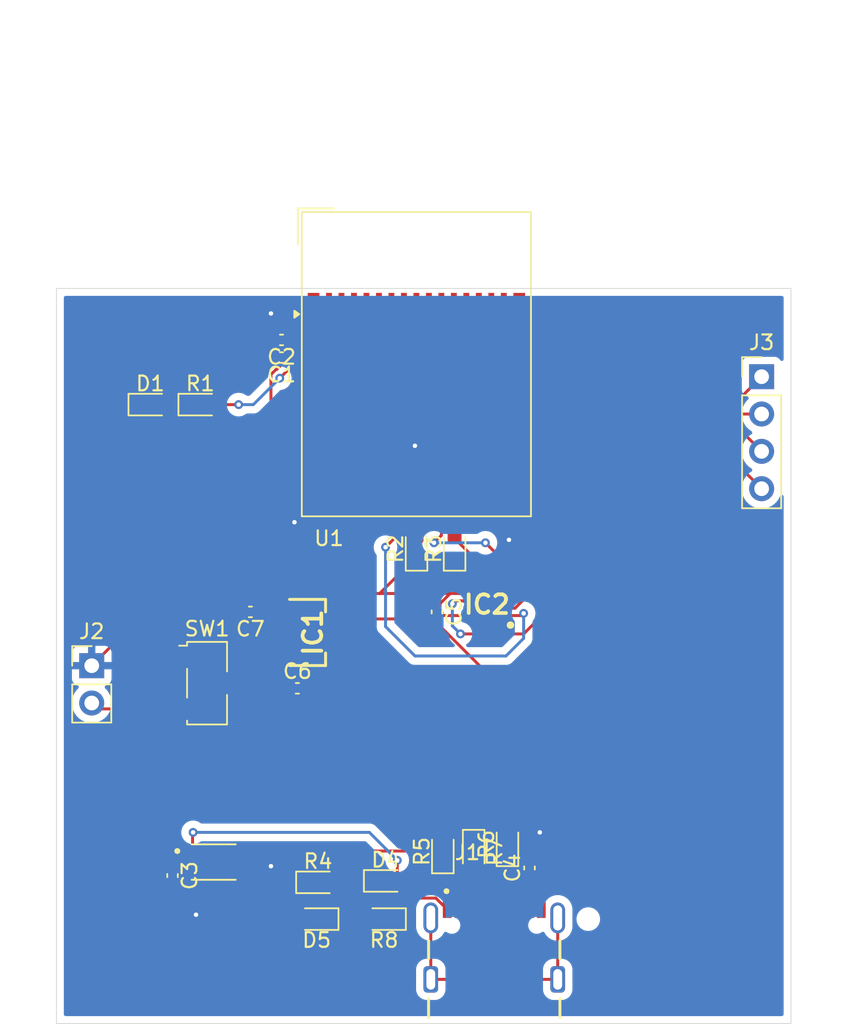
<source format=kicad_pcb>
(kicad_pcb (version 20240108) (generator "pcbnew") (generator_version "8.0")
  (layers (0 "F.Cu" signal) (31 "B.Cu" signal) (34 "B.Paste" user) (35 "F.Paste" user) (36 "B.SilkS" user "B.Silkscreen") (37 "F.SilkS" user "F.Silkscreen") (38 "B.Mask" user) (39 "F.Mask" user) (44 "Edge.Cuts" user))
  (net 0 "")
  (net 1 "Net-(IC1-VOUT)")
  (net 2 "GND")
  (net 3 "Net-(J2-Pin_2)")
  (net 4 "Net-(D4-A)")
  (net 5 "Net-(D1-A)")
  (net 6 "Net-(D4-K)")
  (net 7 "Net-(D5-A)")
  (net 8 "Net-(D5-K)")
  (net 9 "Net-(IC1-VIN)")
  (net 10 "Net-(IC2-ALERT)")
  (net 11 "Net-(IC2-SCL)")
  (net 12 "Net-(IC2-NRESET)")
  (net 13 "Net-(IC2-SDA)")
  (net 14 "Net-(J1-CC1)")
  (net 16 "Net-(J1-SHELL_GND-PadSH1)")
  (net 17 "Net-(J1-CC2)")
  (net 23 "Net-(J3-Pin_2)")
  (net 24 "Net-(J3-Pin_1)")
  (net 25 "Net-(J3-Pin_4)")
  (net 26 "Net-(J3-Pin_3)")
  (net 27 "Net-(U1-IO0)")
  (net 28 "Net-(U2-PROG)")
  (footprint "LED_SMD:LED_0603_1608Metric" (layer "F.Cu") (at 115.3 88.4 180)
    (property "Reference" "R8" (at 0 -1.43 360) (layer "F.SilkS"))
    (property "Value" "470")
    (fp_line (start 0.8 -0.735) (end -1.485 -0.735) (stroke (width 0.12)) (layer "F.SilkS"))
    (fp_line (start -1.485 0.735) (end 0.8 0.735) (stroke (width 0.12)) (layer "F.SilkS"))
    (fp_line (start -1.485 -0.735) (end -1.485 0.735) (stroke (width 0.12)) (layer "F.SilkS"))
    (pad "1" smd roundrect (at -0.7875 0 180) (size 0.875 0.95) (layers "F.Cu" "F.Paste" "F.Mask") (net 2 "GND"))
    (pad "2" smd roundrect (at 0.7875 0 180) (size 0.875 0.95) (layers "F.Cu" "F.Paste" "F.Mask") (net 8 "Net-(D5-K)"))
  )
  (footprint "Connector_PinHeader_2.54mm:PinHeader_1x04_P2.54mm_Vertical" (layer "F.Cu") (at 141 51.5)
    (property "Reference" "J3" (at 0 -2.33 0) (layer "F.SilkS"))
    (property "Value" "Conn_01x04_Pin")
    (fp_line (start -1.33 -1.33) (end 0 -1.33) (stroke (width 0.12)) (layer "F.SilkS"))
    (fp_line (start -1.33 0) (end -1.33 -1.33) (stroke (width 0.12)) (layer "F.SilkS"))
    (fp_line (start -1.33 1.27) (end -1.33 8.95) (stroke (width 0.12)) (layer "F.SilkS"))
    (fp_line (start -1.33 1.27) (end 1.33 1.27) (stroke (width 0.12)) (layer "F.SilkS"))
    (fp_line (start -1.33 8.95) (end 1.33 8.95) (stroke (width 0.12)) (layer "F.SilkS"))
    (fp_line (start 1.33 1.27) (end 1.33 8.95) (stroke (width 0.12)) (layer "F.SilkS"))
    (pad "1" thru_hole rect (at 0 0) (size 1.7 1.7) (drill 1) (layers "*.Cu" "*.Mask") (net 24 "Net-(J3-Pin_1)"))
    (pad "2" thru_hole oval (at 0 2.54) (size 1.7 1.7) (drill 1) (layers "*.Cu" "*.Mask") (net 23 "Net-(J3-Pin_2)"))
    (pad "3" thru_hole oval (at 0 5.08) (size 1.7 1.7) (drill 1) (layers "*.Cu" "*.Mask") (net 26 "Net-(J3-Pin_3)"))
    (pad "4" thru_hole oval (at 0 7.62) (size 1.7 1.7) (drill 1) (layers "*.Cu" "*.Mask") (net 25 "Net-(J3-Pin_4)"))
  )
  (footprint "Capacitor_SMD:C_0402_1005Metric" (layer "F.Cu") (at 108.32 49 180)
    (property "Reference" "C2" (at 0 -1.16 360) (layer "F.SilkS"))
    (property "Value" "0.1uF")
    (fp_line (start -0.107836 0.36) (end 0.107836 0.36) (stroke (width 0.12)) (layer "F.SilkS"))
    (fp_line (start -0.107836 -0.36) (end 0.107836 -0.36) (stroke (width 0.12)) (layer "F.SilkS"))
    (pad "1" smd roundrect (at -0.48 0 180) (size 0.56 0.62) (layers "F.Cu" "F.Paste" "F.Mask") (net 1 "Net-(IC1-VOUT)"))
    (pad "2" smd roundrect (at 0.48 0 180) (size 0.56 0.62) (layers "F.Cu" "F.Paste" "F.Mask") (net 2 "GND"))
  )
  (footprint "LED_SMD:LED_0603_1608Metric" (layer "F.Cu") (at 123.7 83.3125 90)
    (property "Reference" "R6" (at 0 -1.43 90) (layer "F.SilkS"))
    (property "Value" "5.1k" (hide yes))
    (fp_line (start 0.8 -0.735) (end -1.485 -0.735) (stroke (width 0.12)) (layer "F.SilkS"))
    (fp_line (start -1.485 -0.735) (end -1.485 0.735) (stroke (width 0.12)) (layer "F.SilkS"))
    (fp_line (start -1.485 0.735) (end 0.8 0.735) (stroke (width 0.12)) (layer "F.SilkS"))
    (pad "1" smd roundrect (at -0.7875 0 90) (size 0.875 0.95) (layers "F.Cu" "F.Paste" "F.Mask") (net 17 "Net-(J1-CC2)"))
    (pad "2" smd roundrect (at 0.7875 0 90) (size 0.875 0.95) (layers "F.Cu" "F.Paste" "F.Mask") (net 2 "GND"))
  )
  (footprint "Connector_PinHeader_2.54mm:PinHeader_1x02_P2.54mm_Vertical" (layer "F.Cu") (at 95.4 71.16)
    (property "Reference" "J2" (at 0 -2.33 0) (layer "F.SilkS"))
    (property "Value" "Conn_01x02_Pin")
    (fp_line (start -1.33 -1.33) (end 0 -1.33) (stroke (width 0.12)) (layer "F.SilkS"))
    (fp_line (start -1.33 0) (end -1.33 -1.33) (stroke (width 0.12)) (layer "F.SilkS"))
    (fp_line (start -1.33 1.27) (end -1.33 3.87) (stroke (width 0.12)) (layer "F.SilkS"))
    (fp_line (start -1.33 1.27) (end 1.33 1.27) (stroke (width 0.12)) (layer "F.SilkS"))
    (fp_line (start -1.33 3.87) (end 1.33 3.87) (stroke (width 0.12)) (layer "F.SilkS"))
    (fp_line (start 1.33 1.27) (end 1.33 3.87) (stroke (width 0.12)) (layer "F.SilkS"))
    (pad "1" thru_hole rect (at 0 0) (size 1.7 1.7) (drill 1) (layers "*.Cu" "*.Mask") (net 2 "GND"))
    (pad "2" thru_hole oval (at 0 2.54) (size 1.7 1.7) (drill 1) (layers "*.Cu" "*.Mask") (net 3 "Net-(J2-Pin_2)"))
  )
  (footprint "LED_SMD:LED_0603_1608Metric" (layer "F.Cu") (at 117.51 63.2125 90)
    (property "Reference" "R2" (at 0 -1.43 90) (layer "F.SilkS"))
    (property "Value" "10k")
    (fp_line (start 0.8 -0.735) (end -1.485 -0.735) (stroke (width 0.12)) (layer "F.SilkS"))
    (fp_line (start -1.485 -0.735) (end -1.485 0.735) (stroke (width 0.12)) (layer "F.SilkS"))
    (fp_line (start -1.485 0.735) (end 0.8 0.735) (stroke (width 0.12)) (layer "F.SilkS"))
    (pad "1" smd roundrect (at -0.7875 0 90) (size 0.875 0.95) (layers "F.Cu" "F.Paste" "F.Mask") (net 1 "Net-(IC1-VOUT)"))
    (pad "2" smd roundrect (at 0.7875 0 90) (size 0.875 0.95) (layers "F.Cu" "F.Paste" "F.Mask") (net 13 "Net-(IC2-SDA)"))
  )
  (footprint "LED_SMD:LED_0603_1608Metric" (layer "F.Cu") (at 110.7125 88.4 180)
    (property "Reference" "D5" (at 0 -1.43 360) (layer "F.SilkS"))
    (property "Value" "LED")
    (fp_line (start 0.8 -0.735) (end -1.485 -0.735) (stroke (width 0.12)) (layer "F.SilkS"))
    (fp_line (start -1.485 0.735) (end 0.8 0.735) (stroke (width 0.12)) (layer "F.SilkS"))
    (fp_line (start -1.485 -0.735) (end -1.485 0.735) (stroke (width 0.12)) (layer "F.SilkS"))
    (pad "1" smd roundrect (at -0.7875 0 180) (size 0.875 0.95) (layers "F.Cu" "F.Paste" "F.Mask") (net 8 "Net-(D5-K)"))
    (pad "2" smd roundrect (at 0.7875 0 180) (size 0.875 0.95) (layers "F.Cu" "F.Paste" "F.Mask") (net 7 "Net-(D5-A)"))
  )
  (footprint "RF_Module:ESP32-S2-MINI-1" (layer "F.Cu") (at 117.5 50.65)
    (property "Reference" "U1" (at -5.95 11.85 0) (layer "F.SilkS"))
    (property "Value" "ESP32-S3-MINI-1")
    (fp_line (start -8.075 -10.6) (end -8.075 -8.15) (stroke (width 0.12)) (layer "F.SilkS"))
    (fp_line (start -8.075 -10.6) (end -5.625 -10.6) (stroke (width 0.12)) (layer "F.SilkS"))
    (fp_line (start -7.8 -10.35) (end 7.8 -10.35) (stroke (width 0.12)) (layer "F.SilkS"))
    (fp_line (start -7.8 10.35) (end -7.8 -10.35) (stroke (width 0.12)) (layer "F.SilkS"))
    (fp_line (start 7.8 -10.35) (end 7.8 10.35) (stroke (width 0.12)) (layer "F.SilkS"))
    (fp_line (start 7.8 10.35) (end -7.8 10.35) (stroke (width 0.12)) (layer "F.SilkS"))
    (fp_poly (pts (xy -7.975 -3.4) (xy -8.311 -3.16) (xy -8.311 -3.64) (xy -7.975 -3.4)) (stroke (width 0.12)) (fill solid) (layer "F.SilkS"))
    (pad "1" smd rect (at -7 -3.4) (size 0.8 0.4) (layers "F.Cu" "F.Paste" "F.Mask") (net 2 "GND"))
    (pad "2" smd rect (at -7 -2.55) (size 0.8 0.4) (layers "F.Cu" "F.Paste" "F.Mask") (net 2 "GND"))
    (pad "3" smd rect (at -7 -1.7) (size 0.8 0.4) (layers "F.Cu" "F.Paste" "F.Mask") (net 1 "Net-(IC1-VOUT)"))
    (pad "4" smd rect (at -7 -0.85) (size 0.8 0.4) (layers "F.Cu" "F.Paste" "F.Mask") (net 27 "Net-(U1-IO0)"))
    (pad "5" smd rect (at -7 0) (size 0.8 0.4) (layers "F.Cu" "F.Paste" "F.Mask"))
    (pad "6" smd rect (at -7 0.85) (size 0.8 0.4) (layers "F.Cu" "F.Paste" "F.Mask"))
    (pad "7" smd rect (at -7 1.7) (size 0.8 0.4) (layers "F.Cu" "F.Paste" "F.Mask"))
    (pad "8" smd rect (at -7 2.55) (size 0.8 0.4) (layers "F.Cu" "F.Paste" "F.Mask"))
    (pad "9" smd rect (at -7 3.4) (size 0.8 0.4) (layers "F.Cu" "F.Paste" "F.Mask"))
    (pad "10" smd rect (at -7 4.25) (size 0.8 0.4) (layers "F.Cu" "F.Paste" "F.Mask"))
    (pad "11" smd rect (at -7 5.1) (size 0.8 0.4) (layers "F.Cu" "F.Paste" "F.Mask"))
    (pad "12" smd rect (at -7 5.95) (size 0.8 0.4) (layers "F.Cu" "F.Paste" "F.Mask"))
    (pad "13" smd rect (at -7 6.8) (size 0.8 0.4) (layers "F.Cu" "F.Paste" "F.Mask"))
    (pad "14" smd rect (at -7 7.65) (size 0.8 0.4) (layers "F.Cu" "F.Paste" "F.Mask"))
    (pad "15" smd rect (at -7 8.5) (size 0.8 0.4) (layers "F.Cu" "F.Paste" "F.Mask"))
    (pad "16" smd rect (at -5.95 9.55 90) (size 0.8 0.4) (layers "F.Cu" "F.Paste" "F.Mask"))
    (pad "17" smd rect (at -5.1 9.55 90) (size 0.8 0.4) (layers "F.Cu" "F.Paste" "F.Mask"))
    (pad "18" smd rect (at -4.25 9.55 90) (size 0.8 0.4) (layers "F.Cu" "F.Paste" "F.Mask"))
    (pad "19" smd rect (at -3.4 9.55 90) (size 0.8 0.4) (layers "F.Cu" "F.Paste" "F.Mask"))
    (pad "20" smd rect (at -2.55 9.55 90) (size 0.8 0.4) (layers "F.Cu" "F.Paste" "F.Mask"))
    (pad "21" smd rect (at -1.7 9.55 90) (size 0.8 0.4) (layers "F.Cu" "F.Paste" "F.Mask"))
    (pad "22" smd rect (at -0.85 9.55 90) (size 0.8 0.4) (layers "F.Cu" "F.Paste" "F.Mask"))
    (pad "23" smd rect (at 0 9.55 90) (size 0.8 0.4) (layers "F.Cu" "F.Paste" "F.Mask") (net 13 "Net-(IC2-SDA)"))
    (pad "24" smd rect (at 0.85 9.55 90) (size 0.8 0.4) (layers "F.Cu" "F.Paste" "F.Mask"))
    (pad "25" smd rect (at 1.7 9.55 90) (size 0.8 0.4) (layers "F.Cu" "F.Paste" "F.Mask") (net 10 "Net-(IC2-ALERT)"))
    (pad "26" smd rect (at 2.55 9.55 90) (size 0.8 0.4) (layers "F.Cu" "F.Paste" "F.Mask") (net 11 "Net-(IC2-SCL)"))
    (pad "27" smd rect (at 3.4 9.55 90) (size 0.8 0.4) (layers "F.Cu" "F.Paste" "F.Mask"))
    (pad "28" smd rect (at 4.25 9.55 90) (size 0.8 0.4) (layers "F.Cu" "F.Paste" "F.Mask"))
    (pad "29" smd rect (at 5.1 9.55 90) (size 0.8 0.4) (layers "F.Cu" "F.Paste" "F.Mask"))
    (pad "30" smd rect (at 5.95 9.55 90) (size 0.8 0.4) (layers "F.Cu" "F.Paste" "F.Mask"))
    (pad "31" smd rect (at 7 8.5) (size 0.8 0.4) (layers "F.Cu" "F.Paste" "F.Mask"))
    (pad "32" smd rect (at 7 7.65) (size 0.8 0.4) (layers "F.Cu" "F.Paste" "F.Mask"))
    (pad "33" smd rect (at 7 6.8) (size 0.8 0.4) (layers "F.Cu" "F.Paste" "F.Mask") (net 12 "Net-(IC2-NRESET)"))
    (pad "34" smd rect (at 7 5.95) (size 0.8 0.4) (layers "F.Cu" "F.Paste" "F.Mask"))
    (pad "35" smd rect (at 7 5.1) (size 0.8 0.4) (layers "F.Cu" "F.Paste" "F.Mask") (net 25 "Net-(J3-Pin_4)"))
    (pad "36" smd rect (at 7 4.25) (size 0.8 0.4) (layers "F.Cu" "F.Paste" "F.Mask") (net 26 "Net-(J3-Pin_3)"))
    (pad "37" smd rect (at 7 3.4) (size 0.8 0.4) (layers "F.Cu" "F.Paste" "F.Mask") (net 23 "Net-(J3-Pin_2)"))
    (pad "38" smd rect (at 7 2.55) (size 0.8 0.4) (layers "F.Cu" "F.Paste" "F.Mask") (net 24 "Net-(J3-Pin_1)"))
    (pad "39" smd rect (at 7 1.7) (size 0.8 0.4) (layers "F.Cu" "F.Paste" "F.Mask"))
    (pad "40" smd rect (at 7 0.85) (size 0.8 0.4) (layers "F.Cu" "F.Paste" "F.Mask"))
    (pad "41" smd rect (at 7 0) (size 0.8 0.4) (layers "F.Cu" "F.Paste" "F.Mask"))
    (pad "42" smd rect (at 7 -0.85) (size 0.8 0.4) (layers "F.Cu" "F.Paste" "F.Mask") (net 2 "GND"))
    (pad "43" smd rect (at 7 -1.7) (size 0.8 0.4) (layers "F.Cu" "F.Paste" "F.Mask") (net 2 "GND"))
    (pad "44" smd rect (at 7 -2.55) (size 0.8 0.4) (layers "F.Cu" "F.Paste" "F.Mask"))
    (pad "45" smd rect (at 7 -3.4) (size 0.8 0.4) (layers "F.Cu" "F.Paste" "F.Mask"))
    (pad "46" smd rect (at 5.95 -4.45 90) (size 0.8 0.4) (layers "F.Cu" "F.Paste" "F.Mask") (net 2 "GND"))
    (pad "47" smd rect (at 5.1 -4.45 90) (size 0.8 0.4) (layers "F.Cu" "F.Paste" "F.Mask") (net 2 "GND"))
    (pad "48" smd rect (at 4.25 -4.45 90) (size 0.8 0.4) (layers "F.Cu" "F.Paste" "F.Mask") (net 2 "GND"))
    (pad "49" smd rect (at 3.4 -4.45 90) (size 0.8 0.4) (layers "F.Cu" "F.Paste" "F.Mask") (net 2 "GND"))
    (pad "50" smd rect (at 2.55 -4.45 90) (size 0.8 0.4) (layers "F.Cu" "F.Paste" "F.Mask") (net 2 "GND"))
    (pad "51" smd rect (at 1.7 -4.45 90) (size 0.8 0.4) (layers "F.Cu" "F.Paste" "F.Mask") (net 2 "GND"))
    (pad "52" smd rect (at 0.85 -4.45 90) (size 0.8 0.4) (layers "F.Cu" "F.Paste" "F.Mask") (net 2 "GND"))
    (pad "53" smd rect (at 0 -4.45 90) (size 0.8 0.4) (layers "F.Cu" "F.Paste" "F.Mask") (net 2 "GND"))
    (pad "54" smd rect (at -0.85 -4.45 90) (size 0.8 0.4) (layers "F.Cu" "F.Paste" "F.Mask") (net 2 "GND"))
    (pad "55" smd rect (at -1.7 -4.45 90) (size 0.8 0.4) (layers "F.Cu" "F.Paste" "F.Mask") (net 2 "GND"))
    (pad "56" smd rect (at -2.55 -4.45 90) (size 0.8 0.4) (layers "F.Cu" "F.Paste" "F.Mask") (net 2 "GND"))
    (pad "57" smd rect (at -3.4 -4.45 90) (size 0.8 0.4) (layers "F.Cu" "F.Paste" "F.Mask") (net 2 "GND"))
    (pad "58" smd rect (at -4.25 -4.45 90) (size 0.8 0.4) (layers "F.Cu" "F.Paste" "F.Mask") (net 2 "GND"))
    (pad "59" smd rect (at -5.1 -4.45 90) (size 0.8 0.4) (layers "F.Cu" "F.Paste" "F.Mask") (net 2 "GND"))
    (pad "60" smd rect (at -5.95 -4.45 90) (size 0.8 0.4) (layers "F.Cu" "F.Paste" "F.Mask") (net 2 "GND"))
    (pad "61" smd roundrect (at -1.65 0.9) (size 1.2 1.2) (layers "F.Cu" "F.Paste" "F.Mask") (roundrect_rratio 0) (chamfer_ratio 0.33) (chamfer top_left) (net 2 "GND"))
    (pad "61" smd rect (at -1.65 2.55) (size 1.2 1.2) (layers "F.Cu" "F.Paste" "F.Mask") (net 2 "GND"))
    (pad "61" smd rect (at -1.65 4.2) (size 1.2 1.2) (layers "F.Cu" "F.Paste" "F.Mask") (net 2 "GND"))
    (pad "61" smd rect (at 0 0.9) (size 1.2 1.2) (layers "F.Cu" "F.Paste" "F.Mask") (net 2 "GND"))
    (pad "61" smd rect (at 0 2.55) (size 1.2 1.2) (layers "F.Cu" "F.Paste" "F.Mask") (net 2 "GND"))
    (pad "61" smd rect (at 0 4.2) (size 1.2 1.2) (layers "F.Cu" "F.Paste" "F.Mask") (net 2 "GND"))
    (pad "61" smd rect (at 1.65 0.9) (size 1.2 1.2) (layers "F.Cu" "F.Paste" "F.Mask") (net 2 "GND"))
    (pad "61" smd rect (at 1.65 2.55) (size 1.2 1.2) (layers "F.Cu" "F.Paste" "F.Mask") (net 2 "GND"))
    (pad "61" smd rect (at 1.65 4.2) (size 1.2 1.2) (layers "F.Cu" "F.Paste" "F.Mask") (net 2 "GND"))
    (pad "62" smd rect (at -7 -4.45) (size 0.8 0.8) (layers "F.Cu" "F.Paste" "F.Mask") (net 2 "GND"))
    (pad "63" smd rect (at -7 9.55) (size 0.8 0.8) (layers "F.Cu" "F.Paste" "F.Mask") (net 2 "GND"))
    (pad "64" smd rect (at 7 9.55) (size 0.8 0.8) (layers "F.Cu" "F.Paste" "F.Mask") (net 2 "GND"))
    (pad "65" smd rect (at 7 -4.45) (size 0.8 0.8) (layers "F.Cu" "F.Paste" "F.Mask") (net 2 "GND"))
    (zone (net 0) (net_name "") (layers "*.Cu") (name "Antenna") (connect_pads (clearance 0)) (min_thickness 0.254)
      (keepout (tracks not_allowed) (vias not_allowed) (pads not_allowed) (copperpour not_allowed) (footprints not_allowed))
      (fill (thermal_gap 0.508) (thermal_bridge_width 0.508))
      (polygon (pts (xy 140.2 45.4) (xy 94.8 45.4) (xy 94.8 25.9) (xy 140.2 25.9)))
    )
  )
  (footprint "LED_SMD:LED_0603_1608Metric" (layer "F.Cu") (at 99.3875 53.4)
    (property "Reference" "D1" (at 0 -1.43 0) (layer "F.SilkS"))
    (property "Value" "LED")
    (fp_line (start -1.485 -0.735) (end -1.485 0.735) (stroke (width 0.12)) (layer "F.SilkS"))
    (fp_line (start -1.485 0.735) (end 0.8 0.735) (stroke (width 0.12)) (layer "F.SilkS"))
    (fp_line (start 0.8 -0.735) (end -1.485 -0.735) (stroke (width 0.12)) (layer "F.SilkS"))
    (pad "1" smd roundrect (at -0.7875 0) (size 0.875 0.95) (layers "F.Cu" "F.Paste" "F.Mask") (net 2 "GND"))
    (pad "2" smd roundrect (at 0.7875 0) (size 0.875 0.95) (layers "F.Cu" "F.Paste" "F.Mask") (net 5 "Net-(D1-A)"))
  )
  (footprint "Projet_capteur_temp:MCP73831T-2DCI_MC" (layer "F.Cu") (at 103.7 84.52)
    (property "Reference" "U2" (hide yes))
    (property "Value" "MCP73831T-2DCI_MC-gesBat" (hide yes))
    (fp_line (start -1.5 -1.205) (end 1.5 -1.205) (stroke (width 0.127)) (layer "F.SilkS"))
    (fp_line (start -1.5 1.205) (end 1.5 1.205) (stroke (width 0.127)) (layer "F.SilkS"))
    (fp_circle (center -2.475 -0.75) (end -2.375 -0.75) (stroke (width 0.2)) (fill none) (layer "F.SilkS"))
    (pad "1" smd roundrect (at -1.435 -0.75) (size 0.84 0.27) (layers "F.Cu" "F.Paste" "F.Mask") (roundrect_rratio 0.125) (net 4 "Net-(D4-A)"))
    (pad "2" smd roundrect (at -1.435 -0.25) (size 0.84 0.27) (layers "F.Cu" "F.Paste" "F.Mask") (roundrect_rratio 0.125) (net 4 "Net-(D4-A)"))
    (pad "3" smd roundrect (at -1.435 0.25) (size 0.84 0.27) (layers "F.Cu" "F.Paste" "F.Mask") (roundrect_rratio 0.125) (net 3 "Net-(J2-Pin_2)"))
    (pad "4" smd roundrect (at -1.435 0.75) (size 0.84 0.27) (layers "F.Cu" "F.Paste" "F.Mask") (roundrect_rratio 0.125) (net 3 "Net-(J2-Pin_2)"))
    (pad "5" smd roundrect (at 1.435 0.75) (size 0.84 0.27) (layers "F.Cu" "F.Paste" "F.Mask") (roundrect_rratio 0.125) (net 7 "Net-(D5-A)"))
    (pad "6" smd roundrect (at 1.435 0.25) (size 0.84 0.27) (layers "F.Cu" "F.Paste" "F.Mask") (roundrect_rratio 0.125) (net 2 "GND"))
    (pad "7" smd roundrect (at 1.435 -0.25) (size 0.84 0.27) (layers "F.Cu" "F.Paste" "F.Mask") (roundrect_rratio 0.125))
    (pad "8" smd roundrect (at 1.435 -0.75) (size 0.84 0.27) (layers "F.Cu" "F.Paste" "F.Mask") (roundrect_rratio 0.125) (net 28 "Net-(U2-PROG)"))
    (pad "9" smd rect (at 0 0) (size 1.63 1.43) (layers "F.Cu" "F.Mask"))
  )
  (footprint "Capacitor_SMD:C_0402_1005Metric" (layer "F.Cu") (at 109.4 72.7)
    (property "Reference" "C6" (at 0 -1.16 0) (layer "F.SilkS"))
    (property "Value" "1uF")
    (fp_line (start -0.107836 -0.36) (end 0.107836 -0.36) (stroke (width 0.12)) (layer "F.SilkS"))
    (fp_line (start -0.107836 0.36) (end 0.107836 0.36) (stroke (width 0.12)) (layer "F.SilkS"))
    (pad "1" smd roundrect (at -0.48 0) (size 0.56 0.62) (layers "F.Cu" "F.Paste" "F.Mask") (net 9 "Net-(IC1-VIN)"))
    (pad "2" smd roundrect (at 0.48 0) (size 0.56 0.62) (layers "F.Cu" "F.Paste" "F.Mask") (net 2 "GND"))
  )
  (footprint "LED_SMD:LED_0603_1608Metric" (layer "F.Cu") (at 119.3 83.8 90)
    (property "Reference" "R5" (at 0 -1.43 90) (layer "F.SilkS"))
    (property "Value" "2k")
    (fp_line (start 0.8 -0.735) (end -1.485 -0.735) (stroke (width 0.12)) (layer "F.SilkS"))
    (fp_line (start -1.485 -0.735) (end -1.485 0.735) (stroke (width 0.12)) (layer "F.SilkS"))
    (fp_line (start -1.485 0.735) (end 0.8 0.735) (stroke (width 0.12)) (layer "F.SilkS"))
    (pad "1" smd roundrect (at -0.7875 0 90) (size 0.875 0.95) (layers "F.Cu" "F.Paste" "F.Mask") (net 28 "Net-(U2-PROG)"))
    (pad "2" smd roundrect (at 0.7875 0 90) (size 0.875 0.95) (layers "F.Cu" "F.Paste" "F.Mask") (net 2 "GND"))
  )
  (footprint "LED_SMD:LED_0603_1608Metric" (layer "F.Cu") (at 110.8 85.9)
    (property "Reference" "R4" (at 0 -1.43 0) (layer "F.SilkS"))
    (property "Value" "470")
    (fp_line (start -1.485 -0.735) (end -1.485 0.735) (stroke (width 0.12)) (layer "F.SilkS"))
    (fp_line (start -1.485 0.735) (end 0.8 0.735) (stroke (width 0.12)) (layer "F.SilkS"))
    (fp_line (start 0.8 -0.735) (end -1.485 -0.735) (stroke (width 0.12)) (layer "F.SilkS"))
    (pad "1" smd roundrect (at -0.7875 0) (size 0.875 0.95) (layers "F.Cu" "F.Paste" "F.Mask") (net 7 "Net-(D5-A)"))
    (pad "2" smd roundrect (at 0.7875 0) (size 0.875 0.95) (layers "F.Cu" "F.Paste" "F.Mask") (net 6 "Net-(D4-K)"))
  )
  (footprint "Capacitor_SMD:C_0402_1005Metric" (layer "F.Cu") (at 106.2 67.5 180)
    (property "Reference" "C7" (at 0 -1.16 360) (layer "F.SilkS"))
    (property "Value" "10uF")
    (fp_line (start -0.107836 0.36) (end 0.107836 0.36) (stroke (width 0.12)) (layer "F.SilkS"))
    (fp_line (start -0.107836 -0.36) (end 0.107836 -0.36) (stroke (width 0.12)) (layer "F.SilkS"))
    (pad "1" smd roundrect (at -0.48 0 180) (size 0.56 0.62) (layers "F.Cu" "F.Paste" "F.Mask") (net 1 "Net-(IC1-VOUT)"))
    (pad "2" smd roundrect (at 0.48 0 180) (size 0.56 0.62) (layers "F.Cu" "F.Paste" "F.Mask") (net 2 "GND"))
  )
  (footprint "Capacitor_SMD:C_0402_1005Metric" (layer "F.Cu") (at 118.9 67.5 -90)
    (property "Reference" "C5" (at 0 -1.16 90) (layer "F.SilkS"))
    (property "Value" "4.7 uF")
    (fp_line (start -0.107836 0.36) (end 0.107836 0.36) (stroke (width 0.12)) (layer "F.SilkS"))
    (fp_line (start -0.107836 -0.36) (end 0.107836 -0.36) (stroke (width 0.12)) (layer "F.SilkS"))
    (pad "1" smd roundrect (at -0.48 0 270) (size 0.56 0.62) (layers "F.Cu" "F.Paste" "F.Mask") (net 1 "Net-(IC1-VOUT)"))
    (pad "2" smd roundrect (at 0.48 0 270) (size 0.56 0.62) (layers "F.Cu" "F.Paste" "F.Mask") (net 2 "GND"))
  )
  (footprint "Projet_capteur_temp:GCT_USB4105GFA120" (layer "F.Cu") (at 122.8 92.5)
    (property "Reference" "J1" (at -1.825 -8.635 360) (layer "F.SilkS"))
    (property "Value" "USB4105GFA120-USB-C")
    (fp_line (start -4.47 -2.65) (end -4.47 -1.4) (stroke (width 0.2)) (layer "F.SilkS"))
    (fp_line (start -4.47 1.32) (end -4.47 2.6) (stroke (width 0.2)) (layer "F.SilkS"))
    (fp_line (start 4.47 -2.65) (end 4.47 -1.4) (stroke (width 0.2)) (layer "F.SilkS"))
    (fp_line (start 4.47 2.6) (end 4.47 1.32) (stroke (width 0.2)) (layer "F.SilkS"))
    (fp_circle (center -3.25 -6) (end -3.15 -6) (stroke (width 0.2)) (fill none) (layer "F.SilkS"))
    (pad "" np_thru_hole circle (at -2.89 -3.68) (size 0.65 0.65) (drill 0.65) (layers "*.Cu" "*.Mask"))
    (pad "" np_thru_hole circle (at 2.89 -3.68) (size 0.65 0.65) (drill 0.65) (layers "*.Cu" "*.Mask"))
    (pad "A1_B12" smd rect (at -3.2 -4.755) (size 0.6 1.15) (layers "F.Cu" "F.Paste" "F.Mask") (net 2 "GND"))
    (pad "A4_B9" smd rect (at -2.4 -4.755) (size 0.6 1.15) (layers "F.Cu" "F.Paste" "F.Mask") (net 4 "Net-(D4-A)"))
    (pad "A5" smd rect (at -1.25 -4.755) (size 0.3 1.15) (layers "F.Cu" "F.Paste" "F.Mask") (net 14 "Net-(J1-CC1)"))
    (pad "A6" smd rect (at -0.25 -4.755) (size 0.3 1.15) (layers "F.Cu" "F.Paste" "F.Mask"))
    (pad "A7" smd rect (at 0.25 -4.755) (size 0.3 1.15) (layers "F.Cu" "F.Paste" "F.Mask"))
    (pad "A8" smd rect (at 1.25 -4.755) (size 0.3 1.15) (layers "F.Cu" "F.Paste" "F.Mask"))
    (pad "B1_A12" smd rect (at 3.2 -4.755) (size 0.6 1.15) (layers "F.Cu" "F.Paste" "F.Mask") (net 2 "GND"))
    (pad "B4_A9" smd rect (at 2.4 -4.755) (size 0.6 1.15) (layers "F.Cu" "F.Paste" "F.Mask") (net 4 "Net-(D4-A)"))
    (pad "B5" smd rect (at 1.75 -4.755) (size 0.3 1.15) (layers "F.Cu" "F.Paste" "F.Mask") (net 17 "Net-(J1-CC2)"))
    (pad "B6" smd rect (at 0.75 -4.755) (size 0.3 1.15) (layers "F.Cu" "F.Paste" "F.Mask"))
    (pad "B7" smd rect (at -0.75 -4.755) (size 0.3 1.15) (layers "F.Cu" "F.Paste" "F.Mask"))
    (pad "B8" smd rect (at -1.75 -4.755) (size 0.3 1.15) (layers "F.Cu" "F.Paste" "F.Mask"))
    (pad "SH1" thru_hole oval (at -4.32 -4.18) (size 1 2.1) (drill oval 0.6 1.7) (layers "*.Cu" "*.Mask") (net 16 "Net-(J1-SHELL_GND-PadSH1)"))
    (pad "SH2" thru_hole oval (at 4.32 -4.18) (size 1 2.1) (drill oval 0.6 1.7) (layers "*.Cu" "*.Mask") (net 16 "Net-(J1-SHELL_GND-PadSH1)"))
    (pad "SH3" thru_hole roundrect (at -4.32 0) (size 1 1.8) (drill oval 0.6 1.4) (layers "*.Cu" "*.Mask") (net 16 "Net-(J1-SHELL_GND-PadSH1)"))
    (pad "SH4" thru_hole roundrect (at 4.32 0) (size 1 1.8) (drill oval 0.6 1.4) (layers "*.Cu" "*.Mask") (net 16 "Net-(J1-SHELL_GND-PadSH1)"))
  )
  (footprint "Projet_capteur_temp:BCX53TA" (layer "F.Cu") (at 110.068 68.9 -90)
    (property "Reference" "IC1" (at 0 -0.383 90) (layer "F.SilkS") (effects (font (size 1.27 1.27) (thickness 0.254))))
    (property "Value" "AP7375-33Y-13-LDO" (hide yes))
    (fp_line (start -2.25 -1.25) (end -2.25 1.2) (stroke (width 0.2)) (layer "F.SilkS"))
    (fp_line (start -1.4 -1.25) (end -2.25 -1.25) (stroke (width 0.2)) (layer "F.SilkS"))
    (fp_line (start 1.4 -1.25) (end 2.25 -1.25) (stroke (width 0.2)) (layer "F.SilkS"))
    (fp_line (start 2.25 -1.25) (end 2.25 1.2) (stroke (width 0.2)) (layer "F.SilkS"))
    (pad "1" smd rect (at -1.5 1.017 270) (size 0.58 1.73) (layers "F.Cu" "F.Paste" "F.Mask") (net 1 "Net-(IC1-VOUT)"))
    (pad "2" smd rect (at 0 1.132 270) (size 0.76 1.5) (layers "F.Cu" "F.Paste" "F.Mask") (net 2 "GND"))
    (pad "3" smd rect (at 1.5 1.017 270) (size 0.58 1.73) (layers "F.Cu" "F.Paste" "F.Mask") (net 9 "Net-(IC1-VIN)"))
    (pad "4" smd rect (at 0 -1.132 270) (size 1.933 3.03) (layers "F.Cu" "F.Paste" "F.Mask") (net 2 "GND"))
  )
  (footprint "LED_SMD:LED_0603_1608Metric" (layer "F.Cu") (at 115.4125 85.8)
    (property "Reference" "D4" (at 0 -1.43 0) (layer "F.SilkS"))
    (property "Value" "LED")
    (fp_line (start -1.485 -0.735) (end -1.485 0.735) (stroke (width 0.12)) (layer "F.SilkS"))
    (fp_line (start -1.485 0.735) (end 0.8 0.735) (stroke (width 0.12)) (layer "F.SilkS"))
    (fp_line (start 0.8 -0.735) (end -1.485 -0.735) (stroke (width 0.12)) (layer "F.SilkS"))
    (pad "1" smd roundrect (at -0.7875 0) (size 0.875 0.95) (layers "F.Cu" "F.Paste" "F.Mask") (net 6 "Net-(D4-K)"))
    (pad "2" smd roundrect (at 0.7875 0) (size 0.875 0.95) (layers "F.Cu" "F.Paste" "F.Mask") (net 4 "Net-(D4-A)"))
  )
  (footprint "Projet_capteur_temp:STS35-DIS" (layer "F.Cu") (at 122.3 67 180)
    (property "Reference" "IC2" (at 0 0 360) (layer "F.SilkS") (effects (font (size 1.27 1.27) (thickness 0.254))))
    (property "Value" "STS35-DIS-sensTemp" (hide yes))
    (fp_circle (center -1.6 -1.4) (end -1.6 -1.275) (stroke (width 0.25)) (fill none) (layer "F.SilkS"))
    (pad "1" smd rect (at -1.2 -0.75 270) (size 0.3 0.8) (layers "F.Cu" "F.Paste" "F.Mask") (net 13 "Net-(IC2-SDA)"))
    (pad "2" smd rect (at -1.2 -0.25 270) (size 0.3 0.8) (layers "F.Cu" "F.Paste" "F.Mask") (net 2 "GND"))
    (pad "3" smd rect (at -1.2 0.25 270) (size 0.3 0.8) (layers "F.Cu" "F.Paste" "F.Mask") (net 10 "Net-(IC2-ALERT)"))
    (pad "4" smd rect (at -1.2 0.75 270) (size 0.3 0.8) (layers "F.Cu" "F.Paste" "F.Mask") (net 11 "Net-(IC2-SCL)"))
    (pad "5" smd rect (at 1.2 0.75 270) (size 0.3 0.8) (layers "F.Cu" "F.Paste" "F.Mask") (net 1 "Net-(IC1-VOUT)"))
    (pad "6" smd rect (at 1.2 0.25 270) (size 0.3 0.8) (layers "F.Cu" "F.Paste" "F.Mask") (net 12 "Net-(IC2-NRESET)"))
    (pad "7" smd rect (at 1.2 -0.25 270) (size 0.3 0.8) (layers "F.Cu" "F.Paste" "F.Mask") (net 2 "GND"))
    (pad "8" smd rect (at 1.2 -0.75 270) (size 0.3 0.8) (layers "F.Cu" "F.Paste" "F.Mask") (net 2 "GND"))
    (pad "9" smd rect (at 0 0 180) (size 1.2 1.9) (layers "F.Cu" "F.Paste" "F.Mask") (net 2 "GND"))
  )
  (footprint "Capacitor_SMD:C_0402_1005Metric" (layer "F.Cu") (at 125.2 84.92 90)
    (property "Reference" "C4" (at 0 -1.16 90) (layer "F.SilkS"))
    (property "Value" "4.7 uF" (hide yes))
    (fp_line (start -0.107836 -0.36) (end 0.107836 -0.36) (stroke (width 0.12)) (layer "F.SilkS"))
    (fp_line (start -0.107836 0.36) (end 0.107836 0.36) (stroke (width 0.12)) (layer "F.SilkS"))
    (pad "1" smd roundrect (at -0.48 0 90) (size 0.56 0.62) (layers "F.Cu" "F.Paste" "F.Mask") (net 4 "Net-(D4-A)"))
    (pad "2" smd roundrect (at 0.48 0 90) (size 0.56 0.62) (layers "F.Cu" "F.Paste" "F.Mask") (net 2 "GND"))
  )
  (footprint "LED_SMD:LED_0603_1608Metric" (layer "F.Cu") (at 102.7875 53.4)
    (property "Reference" "R1" (at 0 -1.43 0) (layer "F.SilkS"))
    (property "Value" "120")
    (fp_line (start -1.485 -0.735) (end -1.485 0.735) (stroke (width 0.12)) (layer "F.SilkS"))
    (fp_line (start -1.485 0.735) (end 0.8 0.735) (stroke (width 0.12)) (layer "F.SilkS"))
    (fp_line (start 0.8 -0.735) (end -1.485 -0.735) (stroke (width 0.12)) (layer "F.SilkS"))
    (pad "1" smd roundrect (at -0.7875 0) (size 0.875 0.95) (layers "F.Cu" "F.Paste" "F.Mask") (net 5 "Net-(D1-A)"))
    (pad "2" smd roundrect (at 0.7875 0) (size 0.875 0.95) (layers "F.Cu" "F.Paste" "F.Mask") (net 27 "Net-(U1-IO0)"))
  )
  (footprint "Button_Switch_SMD:Nidec_Copal_CAS-120A" (layer "F.Cu") (at 103.25 72.35)
    (property "Reference" "SW1" (at 0 -3.7 0) (layer "F.SilkS"))
    (property "Value" "SW_Nidec_CAS-120A1")
    (fp_line (start -1.36 -2.81) (end 1.36 -2.81) (stroke (width 0.12)) (layer "F.SilkS"))
    (fp_line (start -1.36 -2.55) (end -1.9 -2.55) (stroke (width 0.12)) (layer "F.SilkS"))
    (fp_line (start -1.36 -2.55) (end -1.36 -2.8) (stroke (width 0.12)) (layer "F.SilkS"))
    (fp_line (start -1.36 -0.98) (end -1.36 0.98) (stroke (width 0.12)) (layer "F.SilkS"))
    (fp_line (start -1.36 2.81) (end -1.36 2.55) (stroke (width 0.12)) (layer "F.SilkS"))
    (fp_line (start 1.35 2.81) (end -1.35 2.81) (stroke (width 0.12)) (layer "F.SilkS"))
    (fp_line (start 1.36 -2.81) (end 1.36 -0.8) (stroke (width 0.12)) (layer "F.SilkS"))
    (fp_line (start 1.36 0.8) (end 1.36 2.81) (stroke (width 0.12)) (layer "F.SilkS"))
    (pad "1" smd roundrect (at -1.15 -1.75 270) (size 1 1.6) (layers "F.Cu" "F.Paste" "F.Mask"))
    (pad "2" smd roundrect (at 1.15 0 270) (size 1 1.6) (layers "F.Cu" "F.Paste" "F.Mask") (net 9 "Net-(IC1-VIN)"))
    (pad "3" smd roundrect (at -1.15 1.75 270) (size 1 1.6) (layers "F.Cu" "F.Paste" "F.Mask") (net 3 "Net-(J2-Pin_2)"))
  )
  (footprint "LED_SMD:LED_0603_1608Metric" (layer "F.Cu") (at 121.4 83.8125 -90)
    (property "Reference" "R7" (at 0 -1.43 90) (layer "F.SilkS"))
    (property "Value" "5.1k")
    (fp_line (start -1.485 0.735) (end 0.8 0.735) (stroke (width 0.12)) (layer "F.SilkS"))
    (fp_line (start -1.485 -0.735) (end -1.485 0.735) (stroke (width 0.12)) (layer "F.SilkS"))
    (fp_line (start 0.8 -0.735) (end -1.485 -0.735) (stroke (width 0.12)) (layer "F.SilkS"))
    (pad "1" smd roundrect (at -0.7875 0 270) (size 0.875 0.95) (layers "F.Cu" "F.Paste" "F.Mask") (net 2 "GND"))
    (pad "2" smd roundrect (at 0.7875 0 270) (size 0.875 0.95) (layers "F.Cu" "F.Paste" "F.Mask") (net 14 "Net-(J1-CC1)"))
  )
  (footprint "LED_SMD:LED_0603_1608Metric" (layer "F.Cu") (at 120.1 63.2125 90)
    (property "Reference" "R3" (at 0 -1.43 90) (layer "F.SilkS"))
    (property "Value" "10k")
    (fp_line (start 0.8 -0.735) (end -1.485 -0.735) (stroke (width 0.12)) (layer "F.SilkS"))
    (fp_line (start -1.485 -0.735) (end -1.485 0.735) (stroke (width 0.12)) (layer "F.SilkS"))
    (fp_line (start -1.485 0.735) (end 0.8 0.735) (stroke (width 0.12)) (layer "F.SilkS"))
    (pad "1" smd roundrect (at -0.7875 0 90) (size 0.875 0.95) (layers "F.Cu" "F.Paste" "F.Mask") (net 1 "Net-(IC1-VOUT)"))
    (pad "2" smd roundrect (at 0.7875 0 90) (size 0.875 0.95) (layers "F.Cu" "F.Paste" "F.Mask") (net 11 "Net-(IC2-SCL)"))
  )
  (footprint "Capacitor_SMD:C_0402_1005Metric" (layer "F.Cu") (at 108.32 50.2 180)
    (property "Reference" "C1" (at 0 -1.16 360) (layer "F.SilkS"))
    (property "Value" "22uF")
    (fp_line (start -0.107836 0.36) (end 0.107836 0.36) (stroke (width 0.12)) (layer "F.SilkS"))
    (fp_line (start -0.107836 -0.36) (end 0.107836 -0.36) (stroke (width 0.12)) (layer "F.SilkS"))
    (pad "1" smd roundrect (at -0.48 0 180) (size 0.56 0.62) (layers "F.Cu" "F.Paste" "F.Mask") (net 1 "Net-(IC1-VOUT)"))
    (pad "2" smd roundrect (at 0.48 0 180) (size 0.56 0.62) (layers "F.Cu" "F.Paste" "F.Mask") (net 2 "GND"))
  )
  (footprint "Capacitor_SMD:C_0402_1005Metric" (layer "F.Cu") (at 100.9 85.44 -90)
    (property "Reference" "C3" (at 0 -1.16 90) (layer "F.SilkS"))
    (property "Value" "4.7 uF")
    (fp_line (start -0.107836 0.36) (end 0.107836 0.36) (stroke (width 0.12)) (layer "F.SilkS"))
    (fp_line (start -0.107836 -0.36) (end 0.107836 -0.36) (stroke (width 0.12)) (layer "F.SilkS"))
    (pad "1" smd roundrect (at -0.48 0 270) (size 0.56 0.62) (layers "F.Cu" "F.Paste" "F.Mask") (net 3 "Net-(J2-Pin_2)"))
    (pad "2" smd roundrect (at 0.48 0 270) (size 0.56 0.62) (layers "F.Cu" "F.Paste" "F.Mask") (net 2 "GND"))
  )
  (gr_line (start 93 45.5) (end 143 45.5) (stroke (width 0.05)) (layer "Edge.Cuts"))
  (gr_line (start 143 95.5) (end 93 95.5) (stroke (width 0.05)) (layer "Edge.Cuts"))
  (gr_line (start 143 45.5) (end 143 95.5) (stroke (width 0.05)) (layer "Edge.Cuts"))
  (gr_line (start 93 95.5) (end 93 45.5) (stroke (width 0.05)) (layer "Edge.Cuts"))
  (segment (start 117.7 66.25) (end 119.8 66.25) (width 0.2) (layer "F.Cu") (net 1))
  (segment (start 119.03 67.02) (end 119.8 66.25) (width 0.2) (layer "F.Cu") (net 1))
  (segment (start 107.6 65.949) (end 109.051 67.4) (width 0.2) (layer "F.Cu") (net 1))
  (segment (start 109.051 67.4) (end 110.201 66.25) (width 0.2) (layer "F.Cu") (net 1))
  (segment (start 108.8 50.2) (end 108 51) (width 0.2) (layer "F.Cu") (net 1))
  (segment (start 117.25 64) (end 115 66.25) (width 0.2) (layer "F.Cu") (net 1))
  (segment (start 117.51 64) (end 117.25 64) (width 0.2) (layer "F.Cu") (net 1))
  (segment (start 108.8 49) (end 110.45 49) (width 0.2) (layer "F.Cu") (net 1))
  (segment (start 110.45 49) (end 110.5 48.95) (width 0.2) (layer "F.Cu") (net 1))
  (segment (start 108.8 49) (end 108.8 50.2) (width 0.2) (layer "F.Cu") (net 1))
  (segment (start 107.6 51.351471) (end 107.6 65.949) (width 0.2) (layer "F.Cu") (net 1))
  (segment (start 115 66.25) (end 117.7 66.25) (width 0.2) (layer "F.Cu") (net 1))
  (segment (start 110.201 66.25) (end 115 66.25) (width 0.2) (layer "F.Cu") (net 1))
  (segment (start 107.951471 51) (end 107.6 51.351471) (width 0.2) (layer "F.Cu") (net 1))
  (segment (start 106.68 67.5) (end 108.951 67.5) (width 0.2) (layer "F.Cu") (net 1))
  (segment (start 108.951 67.5) (end 109.051 67.4) (width 0.2) (layer "F.Cu") (net 1))
  (segment (start 120.1 64) (end 119.95 64) (width 0.2) (layer "F.Cu") (net 1))
  (segment (start 118.9 67.02) (end 119.03 67.02) (width 0.2) (layer "F.Cu") (net 1))
  (segment (start 119.8 66.25) (end 121.1 66.25) (width 0.2) (layer "F.Cu") (net 1))
  (segment (start 119.95 64) (end 117.7 66.25) (width 0.2) (layer "F.Cu") (net 1))
  (segment (start 108 51) (end 107.951471 51) (width 0.2) (layer "F.Cu") (net 1))
  (segment (start 121.55 67.75) (end 122.3 67) (width 0.2) (layer "F.Cu") (net 2))
  (segment (start 110.5 48.1) (end 110.5 47.25) (width 0.2) (layer "F.Cu") (net 2))
  (segment (start 123.45 46.2) (end 122.6 46.2) (width 0.2) (layer "F.Cu") (net 2))
  (segment (start 125 64) (end 123.8 62.8) (width 0.2) (layer "F.Cu") (net 2))
  (segment (start 124.95 48.95) (end 124.5 48.95) (width 0.2) (layer "F.Cu") (net 2))
  (segment (start 123.5 67.25) (end 124.215686 67.25) (width 0.2) (layer "F.Cu") (net 2))
  (segment (start 118.9 67.98) (end 118.9 68.259999) (width 0.2) (layer "F.Cu") (net 2))
  (segment (start 97.66 68.9) (end 95.4 71.16) (width 0.2) (layer "F.Cu") (net 2))
  (segment (start 121.4 83.025) (end 123.2 83.025) (width 0.2) (layer "F.Cu") (net 2))
  (segment (start 121.1 67.75) (end 121.55 67.75) (width 0.2) (layer "F.Cu") (net 2))
  (segment (start 100.9 85.92) (end 100.9 86.5) (width 0.2) (layer "F.Cu") (net 2))
  (segment (start 120.05 46.2) (end 120.9 46.2) (width 0.2) (layer "F.Cu") (net 2))
  (segment (start 116.65 46.2) (end 117.5 46.2) (width 0.2) (layer "F.Cu") (net 2))
  (segment (start 107.57 84.77) (end 107.6 84.8) (width 0.2) (layer "F.Cu") (net 2))
  (segment (start 119.08 67.98) (end 119.31 67.75) (width 0.2) (layer "F.Cu") (net 2))
  (segment (start 119.31 67.75) (end 121.1 67.75) (width 0.2) (layer "F.Cu") (net 2))
  (segment (start 108.7 46.2) (end 110.5 46.2) (width 0.2) (layer "F.Cu") (net 2))
  (segment (start 107.7 47.2) (end 108.7 46.2) (width 0.2) (layer "F.Cu") (net 2))
  (segment (start 111.55 46.2) (end 112.4 46.2) (width 0.2) (layer "F.Cu") (net 2))
  (segment (start 121.75 46.2) (end 120.9 46.2) (width 0.2) (layer "F.Cu") (net 2))
  (segment (start 119.3 83.0125) (end 121.3875 83.0125) (width 0.2) (layer "F.Cu") (net 2))
  (segment (start 121.3875 83.0125) (end 121.4 83.025) (width 0.2) (layer "F.Cu") (net 2))
  (segment (start 121.1 67.25) (end 122.05 67.25) (width 0.2) (layer "F.Cu") (net 2))
  (segment (start 122.55 67.25) (end 122.3 67) (width 0.2) (layer "F.Cu") (net 2))
  (segment (start 116.0875 88.4) (end 117.5175 86.97) (width 0.2) (layer "F.Cu") (net 2))
  (segment (start 126 87.745) (end 126 85.24) (width 0.2) (layer "F.Cu") (net 2))
  (segment (start 115.8 46.2) (end 114.95 46.2) (width 0.2) (layer "F.Cu") (net 2))
  (segment (start 107.6 47.2) (end 107.7 47.2) (width 0.2) (layer "F.Cu") (net 2))
  (segment (start 115.8 46.2) (end 116.65 46.2) (width 0.2) (layer "F.Cu") (net 2))
  (segment (start 118.9 67.98) (end 119.08 67.98) (width 0.2) (layer "F.Cu") (net 2))
  (segment (start 98.6 53.4) (end 101.8 50.2) (width 0.2) (layer "F.Cu") (net 2))
  (segment (start 123.8 62.8) (end 123.8 62.6) (width 0.2) (layer "F.Cu") (net 2))
  (segment (start 125.2 84.44) (end 125.2 84.025) (width 0.2) (layer "F.Cu") (net 2))
  (segment (start 105.3 68.9) (end 97.66 68.9) (width 0.2) (layer "F.Cu") (net 2))
  (segment (start 125 60.7) (end 124.5 60.2) (width 0.2) (layer "F.Cu") (net 2))
  (segment (start 122.05 67.25) (end 122.3 67) (width 0.2) (layer "F.Cu") (net 2))
  (segment (start 123.7 73.059999) (end 123.7 82.525) (width 0.2) (layer "F.Cu") (net 2))
  (segment (start 108.936 68.9) (end 105.3 68.9) (width 0.2) (layer "F.Cu") (net 2))
  (segment (start 109.88 72.7) (end 111.2 71.38) (width 0.2) (layer "F.Cu") (net 2))
  (segment (start 125.2 84.025) (end 123.7 82.525) (width 0.2) (layer "F.Cu") (net 2))
  (segment (start 117.5175 86.97) (end 118.825 86.97) (width 0.2) (layer "F.Cu") (net 2))
  (segment (start 105.135 84.77) (end 107.57 84.77) (width 0.2) (layer "F.Cu") (net 2))
  (segment (start 123.2 83.025) (end 123.7 82.525) (width 0.2) (layer "F.Cu") (net 2))
  (segment (start 125 64) (end 125 60.7) (width 0.2) (layer "F.Cu") (net 2))
  (segment (start 110.5 46.2) (end 111.55 46.2) (width 0.2) (layer "F.Cu") (net 2))
  (segment (start 117.5 56.1) (end 117.4 56.2) (width 0.2) (layer "F.Cu") (net 2))
  (segment (start 124.5 46.2) (end 125.2 46.9) (width 0.2) (layer "F.Cu") (net 2))
  (segment (start 115.85 54.85) (end 115.85 53.2) (width 0.2) (layer "F.Cu") (net 2))
  (segment (start 119.2 46.2) (end 118.35 46.2) (width 0.2) (layer "F.Cu") (net 2))
  (segment (start 112.4 46.2) (end 113.25 46.2) (width 0.2) (layer "F.Cu") (net 2))
  (segment (start 105.72 68.48) (end 105.3 68.9) (width 0.2) (layer "F.Cu") (net 2))
  (segment (start 107.84 50.2) (end 101.8 50.2) (width 0.2) (layer "F.Cu") (net 2))
  (segment (start 117.5 54.85) (end 117.5 56.1) (width 0.2) (layer "F.Cu") (net 2))
  (segment (start 125 66.465686) (end 125 64) (width 0.2) (layer "F.Cu") (net 2))
  (segment (start 114.1 46.2) (end 114.95 46.2) (width 0.2) (layer "F.Cu") (net 2))
  (segment (start 123.5 67.25) (end 122.55 67.25) (width 0.2) (layer "F.Cu") (net 2))
  (segment (start 125.2 48.7) (end 124.95 48.95) (width 0.2) (layer "F.Cu") (net 2))
  (segment (start 104.2 89.175) (end 115.3125 89.175) (width 0.2) (layer "F.Cu") (net 2))
  (segment (start 118.9 68.259999) (end 123.7 73.059999) (width 0.2) (layer "F.Cu") (net 2))
  (segment (start 123.7 82.525) (end 125.875 82.525) (width 0.2) (layer "F.Cu") (net 2))
  (segment (start 119.2 46.2) (end 120.05 46.2) (width 0.2) (layer "F.Cu") (net 2))
  (segment (start 124.5 49.8) (end 124.5 48.95) (width 0.2) (layer "F.Cu") (net 2))
  (segment (start 117.5 54.85) (end 119.15 54.85) (width 0.2) (layer "F.Cu") (net 2))
  (segment (start 117.5 46.2) (end 118.35 46.2) (width 0.2) (layer "F.Cu") (net 2))
  (segment (start 118.9 67.98) (end 112.12 67.98) (width 0.2) (layer "F.Cu") (net 2))
  (segment (start 124.5 46.2) (end 123.45 46.2) (width 0.2) (layer "F.Cu") (net 2))
  (segment (start 102.5 88.1) (end 103.125 88.1) (width 0.2) (layer "F.Cu") (net 2))
  (segment (start 115.3125 89.175) (end 116.0875 88.4) (width 0.2) (layer "F.Cu") (net 2))
  (segment (start 122.6 46.2) (end 121.75 46.2) (width 0.2) (layer "F.Cu") (net 2))
  (segment (start 119.15 54.85) (end 119.15 53.2) (width 0.2) (layer "F.Cu") (net 2))
  (segment (start 125.2 46.9) (end 125.2 48.7) (width 0.2) (layer "F.Cu") (net 2))
  (segment (start 110.4 60.2) (end 109.2 61.4) (width 0.2) (layer "F.Cu") (net 2))
  (segment (start 110.5 60.2) (end 110.4 60.2) (width 0.2) (layer "F.Cu") (net 2))
  (segment (start 107.6 47.2) (end 107.6 48.76) (width 0.2) (layer "F.Cu") (net 2))
  (segment (start 117.5 54.85) (end 115.85 54.85) (width 0.2) (layer "F.Cu") (net 2))
  (segment (start 111.2 71.38) (end 111.2 68.9) (width 0.2) (layer "F.Cu") (net 2))
  (segment (start 115.85 51.55) (end 115.85 53.2) (width 0.2) (layer "F.Cu") (net 2))
  (segment (start 110.5 46.2) (end 110.5 47.25) (width 0.2) (layer "F.Cu") (net 2))
  (segment (start 107.84 49) (end 107.84 50.2) (width 0.2) (layer "F.Cu") (net 2))
  (segment (start 113.25 46.2) (end 114.1 46.2) (width 0.2) (layer "F.Cu") (net 2))
  (segment (start 118.825 86.97) (end 119.6 87.745) (width 0.2) (layer "F.Cu") (net 2))
  (segment (start 105.72 67.5) (end 105.72 68.48) (width 0.2) (layer "F.Cu") (net 2))
  (segment (start 107.6 48.76) (end 107.84 49) (width 0.2) (layer "F.Cu") (net 2))
  (segment (start 117.5 53.2) (end 117.5 54.85) (width 0.2) (layer "F.Cu") (net 2))
  (segment (start 126 85.24) (end 125.2 84.44) (width 0.2) (layer "F.Cu") (net 2))
  (segment (start 125.875 82.525) (end 125.9 82.5) (width 0.2) (layer "F.Cu") (net 2))
  (segment (start 119.15 51.55) (end 117.5 51.55) (width 0.2) (layer "F.Cu") (net 2))
  (segment (start 124.215686 67.25) (end 125 66.465686) (width 0.2) (layer "F.Cu") (net 2))
  (segment (start 103.125 88.1) (end 104.2 89.175) (width 0.2) (layer "F.Cu") (net 2))
  (segment (start 100.9 86.5) (end 102.5 88.1) (width 0.2) (layer "F.Cu") (net 2))
  (segment (start 115.85 51.55) (end 117.5 51.55) (width 0.2) (layer "F.Cu") (net 2))
  (segment (start 112.12 67.98) (end 111.2 68.9) (width 0.2) (layer "F.Cu") (net 2))
  (via (at 102.5 88.1) (size 0.6) (drill 0.3) (layers "F.Cu" "B.Cu") (net 2))
  (via (at 117.4 56.2) (size 0.6) (drill 0.3) (layers "F.Cu" "B.Cu") (net 2))
  (via (at 123.8 62.6) (size 0.6) (drill 0.3) (layers "F.Cu" "B.Cu") (net 2))
  (via (at 107.6 47.2) (size 0.6) (drill 0.3) (layers "F.Cu" "B.Cu") (net 2))
  (via (at 125.9 82.5) (size 0.6) (drill 0.3) (layers "F.Cu" "B.Cu") (net 2))
  (via (at 107.6 84.8) (size 0.6) (drill 0.3) (layers "F.Cu" "B.Cu") (net 2))
  (via (at 109.2 61.4) (size 0.6) (drill 0.3) (layers "F.Cu" "B.Cu") (net 2))
  (segment (start 95.8 74.1) (end 95.4 73.7) (width 0.2) (layer "F.Cu") (net 3))
  (segment (start 101.21 85.27) (end 100.9 84.96) (width 0.2) (layer "F.Cu") (net 3))
  (segment (start 102.1 74.1) (end 95.8 74.1) (width 0.2) (layer "F.Cu") (net 3))
  (segment (start 101.09 84.77) (end 100.9 84.96) (width 0.2) (layer "F.Cu") (net 3))
  (segment (start 102.265 85.27) (end 101.21 85.27) (width 0.2) (layer "F.Cu") (net 3))
  (segment (start 102.14 74.14) (end 102.1 74.1) (width 0.2) (layer "F.Cu") (net 3))
  (segment (start 100.9 84.96) (end 100.9 75.3) (width 0.2) (layer "F.Cu") (net 3))
  (segment (start 102.265 84.77) (end 101.09 84.77) (width 0.2) (layer "F.Cu") (net 3))
  (segment (start 100.9 75.3) (end 102.1 74.1) (width 0.2) (layer "F.Cu") (net 3))
  (segment (start 102.265 83.77) (end 102.265 82.535) (width 0.2) (layer "F.Cu") (net 4))
  (segment (start 116.2 84.4) (end 116.2 85.8) (width 0.2) (layer "F.Cu") (net 4))
  (segment (start 125.2 85.4) (end 125.2 87.745) (width 0.2) (layer "F.Cu") (net 4))
  (segment (start 116.2 85.8) (end 119.23 85.8) (width 0.2) (layer "F.Cu") (net 4))
  (segment (start 120.4 86.97) (end 120.4 87.745) (width 0.2) (layer "F.Cu") (net 4))
  (segment (start 102.265 84.27) (end 102.265 83.77) (width 0.2) (layer "F.Cu") (net 4))
  (segment (start 102.265 82.535) (end 102.3 82.5) (width 0.2) (layer "F.Cu") (net 4))
  (segment (start 102.3 83.735) (end 102.265 83.77) (width 0.2) (layer "F.Cu") (net 4))
  (segment (start 119.23 85.8) (end 120.4 86.97) (width 0.2) (layer "F.Cu") (net 4))
  (via (at 102.3 82.5) (size 0.6) (drill 0.3) (layers "F.Cu" "B.Cu") (net 4))
  (via (at 116.2 84.4) (size 0.6) (drill 0.3) (layers "F.Cu" "B.Cu") (net 4))
  (segment (start 114.3 82.5) (end 116.2 84.4) (width 0.2) (layer "B.Cu") (net 4))
  (segment (start 102.3 82.5) (end 114.3 82.5) (width 0.2) (layer "B.Cu") (net 4))
  (segment (start 100.175 53.4) (end 102 53.4) (width 0.2) (layer "F.Cu") (net 5))
  (segment (start 114.525 85.9) (end 114.625 85.8) (width 0.2) (layer "F.Cu") (net 6))
  (segment (start 111.5875 85.9) (end 114.525 85.9) (width 0.2) (layer "F.Cu") (net 6))
  (segment (start 105.765 85.9) (end 105.135 85.27) (width 0.2) (layer "F.Cu") (net 7))
  (segment (start 110.0125 88.3125) (end 109.925 88.4) (width 0.2) (layer "F.Cu") (net 7))
  (segment (start 110.0125 85.9) (end 105.765 85.9) (width 0.2) (layer "F.Cu") (net 7))
  (segment (start 109.925 88.4) (end 109.925 85.9875) (width 0.2) (layer "F.Cu") (net 7))
  (segment (start 109.925 85.9875) (end 110.0125 85.9) (width 0.2) (layer "F.Cu") (net 7))
  (segment (start 114.5125 88.4) (end 111.5 88.4) (width 0.2) (layer "F.Cu") (net 8))
  (segment (start 108.92 72.7) (end 108.92 70.881) (width 0.2) (layer "F.Cu") (net 9))
  (segment (start 108.951 70.85) (end 104.751 75.05) (width 0.2) (layer "F.Cu") (net 9))
  (segment (start 108.951 70.5) (end 108.951 70.85) (width 0.2) (layer "F.Cu") (net 9))
  (segment (start 108.92 70.881) (end 108.951 70.85) (width 0.2) (layer "F.Cu") (net 9))
  (segment (start 109.051 70.4) (end 108.951 70.5) (width 0.2) (layer "F.Cu") (net 9))
  (segment (start 119.2 62.3) (end 119.2 60.2) (width 0.2) (layer "F.Cu") (net 10))
  (segment (start 124.2 66.7) (end 124.2 64.8) (width 0.2) (layer "F.Cu") (net 10))
  (segment (start 118.7 62.8) (end 119.2 62.3) (width 0.2) (layer "F.Cu") (net 10))
  (segment (start 124.2 64.8) (end 122.2 62.8) (width 0.2) (layer "F.Cu") (net 10))
  (segment (start 124.15 66.75) (end 124.2 66.7) (width 0.2) (layer "F.Cu") (net 10))
  (segment (start 123.5 66.75) (end 124.15 66.75) (width 0.2) (layer "F.Cu") (net 10))
  (via (at 122.2 62.8) (size 0.6) (drill 0.3) (layers "F.Cu" "B.Cu") (net 10))
  (via (at 118.7 62.8) (size 0.6) (drill 0.3) (layers "F.Cu" "B.Cu") (net 10))
  (segment (start 122.2 62.8) (end 118.7 62.8) (width 0.2) (layer "B.Cu") (net 10))
  (segment (start 123.5 65.9) (end 120.1 62.5) (width 0.2) (layer "F.Cu") (net 11))
  (segment (start 120.1 62.5) (end 120.1 62.425) (width 0.2) (layer "F.Cu") (net 11))
  (segment (start 120.05 62.375) (end 120.1 62.425) (width 0.2) (layer "F.Cu") (net 11))
  (segment (start 120.05 60.2) (end 120.05 62.375) (width 0.2) (layer "F.Cu") (net 11))
  (segment (start 123.5 66.25) (end 123.5 65.9) (width 0.2) (layer "F.Cu") (net 11))
  (segment (start 121.1 66.75) (end 120.14853 66.75) (width 0.2) (layer "F.Cu") (net 12))
  (segment (start 125.55 57.45) (end 124.5 57.45) (width 0.2) (layer "F.Cu") (net 12))
  (segment (start 124.8 69) (end 126.1 67.7) (width 0.2) (layer "F.Cu") (net 12))
  (segment (start 126.1 58) (end 125.55 57.45) (width 0.2) (layer "F.Cu") (net 12))
  (segment (start 120.5 69) (end 124.8 69) (width 0.2) (layer "F.Cu") (net 12))
  (segment (start 126.1 67.7) (end 126.1 58) (width 0.2) (layer "F.Cu") (net 12))
  (segment (start 120.14853 66.75) (end 119.949265 66.949265) (width 0.2) (layer "F.Cu") (net 12))
  (via (at 119.949265 66.949265) (size 0.6) (drill 0.3) (layers "F.Cu" "B.Cu") (net 12))
  (via (at 120.5 69) (size 0.6) (drill 0.3) (layers "F.Cu" "B.Cu") (net 12))
  (segment (start 119.949265 68.449265) (end 120.5 69) (width 0.2) (layer "B.Cu") (net 12))
  (segment (start 119.949265 66.949265) (end 119.949265 68.449265) (width 0.2) (layer "B.Cu") (net 12))
  (segment (start 117.51 60.21) (end 117.5 60.2) (width 0.2) (layer "F.Cu") (net 13))
  (segment (start 117.51 62.425) (end 117.51 60.21) (width 0.2) (layer "F.Cu") (net 13))
  (segment (start 115.4 63.1) (end 116.075 62.425) (width 0.2) (layer "F.Cu") (net 13))
  (segment (start 124.65 67.75) (end 124.8 67.6) (width 0.2) (layer "F.Cu") (net 13))
  (segment (start 123.5 67.75) (end 124.65 67.75) (width 0.2) (layer "F.Cu") (net 13))
  (segment (start 116.075 62.425) (end 117.51 62.425) (width 0.2) (layer "F.Cu") (net 13))
  (via (at 115.4 63.1) (size 0.6) (drill 0.3) (layers "F.Cu" "B.Cu") (net 13))
  (via (at 124.8 67.6) (size 0.6) (drill 0.3) (layers "F.Cu" "B.Cu") (net 13))
  (segment (start 115.4 68.5) (end 115.4 63.1) (width 0.2) (layer "B.Cu") (net 13))
  (segment (start 124.8 67.6) (end 124.8 69.3) (width 0.2) (layer "B.Cu") (net 13))
  (segment (start 124.8 69.3) (end 123.6 70.5) (width 0.2) (layer "B.Cu") (net 13))
  (segment (start 123.6 70.5) (end 117.4 70.5) (width 0.2) (layer "B.Cu") (net 13))
  (segment (start 117.4 70.5) (end 115.4 68.5) (width 0.2) (layer "B.Cu") (net 13))
  (segment (start 121.4 84.6) (end 121.55 84.75) (width 0.2) (layer "F.Cu") (net 14))
  (segment (start 121.55 84.75) (end 121.55 87.745) (width 0.2) (layer "F.Cu") (net 14))
  (segment (start 127.12 92.5) (end 127.12 88.32) (width 0.2) (layer "F.Cu") (net 16))
  (segment (start 118.48 88.32) (end 118.48 92.5) (width 0.2) (layer "F.Cu") (net 16))
  (segment (start 118.48 92.5) (end 127.12 92.5) (width 0.2) (layer "F.Cu") (net 16))
  (segment (start 123.67 84.13) (end 123.7 84.1) (width 0.2) (layer "F.Cu") (net 17))
  (segment (start 124.55 84.95) (end 124.55 87.745) (width 0.2) (layer "F.Cu") (net 17))
  (segment (start 123.7 84.1) (end 124.55 84.95) (width 0.2) (layer "F.Cu") (net 17))
  (segment (start 141 54.04) (end 124.51 54.04) (width 0.2) (layer "F.Cu") (net 23))
  (segment (start 124.51 54.04) (end 124.5 54.05) (width 0.2) (layer "F.Cu") (net 23))
  (segment (start 141 51.5) (end 139.3 53.2) (width 0.2) (layer "F.Cu") (net 24))
  (segment (start 139.3 53.2) (end 124.5 53.2) (width 0.2) (layer "F.Cu") (net 24))
  (segment (start 137.63 55.75) (end 124.5 55.75) (width 0.2) (layer "F.Cu") (net 25))
  (segment (start 141 59.12) (end 137.63 55.75) (width 0.2) (layer "F.Cu") (net 25))
  (segment (start 139.32 54.9) (end 124.5 54.9) (width 0.2) (layer "F.Cu") (net 26))
  (segment (start 141 56.58) (end 139.32 54.9) (width 0.2) (layer "F.Cu") (net 26))
  (segment (start 103.575 53.4) (end 105.4 53.4) (width 0.2) (layer "F.Cu") (net 27))
  (segment (start 110 49.8) (end 110.5 49.8) (width 0.2) (layer "F.Cu") (net 27))
  (segment (start 108.2 51.6) (end 110 49.8) (width 0.2) (layer "F.Cu") (net 27))
  (via (at 105.4 53.4) (size 0.6) (drill 0.3) (layers "F.Cu" "B.Cu") (net 27))
  (via (at 108.2 51.6) (size 0.6) (drill 0.3) (layers "F.Cu" "B.Cu") (net 27))
  (segment (start 106.4 53.4) (end 108.2 51.6) (width 0.2) (layer "B.Cu") (net 27))
  (segment (start 105.4 53.4) (end 106.4 53.4) (width 0.2) (layer "B.Cu") (net 27))
  (segment (start 118.4825 83.77) (end 105.135 83.77) (width 0.2) (layer "F.Cu") (net 28))
  (segment (start 119.3 84.5875) (end 118.4825 83.77) (width 0.2) (layer "F.Cu") (net 28))
  (zone (net 2) (net_name "GND") (layer "B.Cu") (connect_pads (clearance 0.5)) (min_thickness 0.25) (fill yes (thermal_gap 0.5) (thermal_bridge_width 0.5))
    (polygon (pts (xy 143 45.5) (xy 143 95.5) (xy 93 95.5) (xy 93 45.5)))
  )
)
</source>
